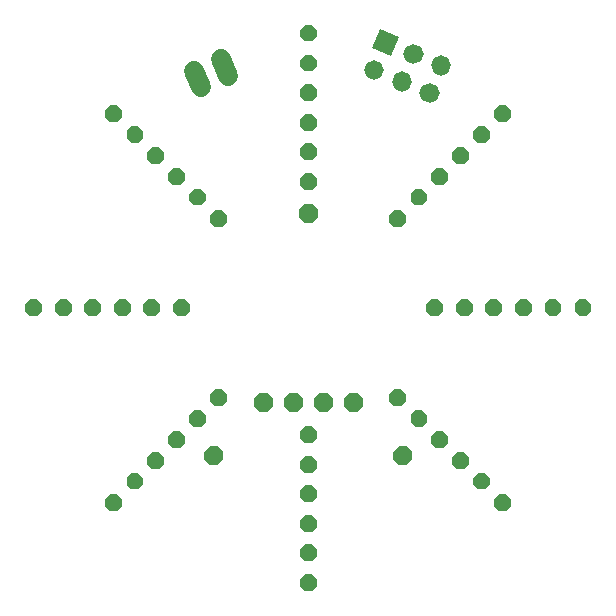
<source format=gts>
G04 Layer: TopSolderMaskLayer*
G04 EasyEDA v6.2.46, 2019-12-20T15:47:03+02:00*
G04 e460ad1c73c14af8b4042999b0e6f5d6,e8986612fe13436f8f5b72e5f572de6a,00*
G04 Gerber Generator version 0.2*
G04 Scale: 100 percent, Rotated: No, Reflected: No *
G04 Dimensions in inches *
G04 leading zeros omitted , absolute positions ,2 integer and 4 decimal *
%FSLAX24Y24*%
%MOIN*%
G90*
G70D02*

%ADD23C,0.068000*%

%LPD*%
G54D23*
G01X6026Y17748D02*
G01X6256Y17194D01*
G01X6950Y18131D02*
G01X7180Y17576D01*
G36*
G01X12609Y18245D02*
G01X11980Y18505D01*
G01X12240Y19133D01*
G01X12869Y18873D01*
G01X12609Y18245D01*
G37*
G36*
G01X12042Y17422D02*
G01X11799Y17523D01*
G01X11699Y17765D01*
G01X11799Y18008D01*
G01X12042Y18109D01*
G01X12285Y18008D01*
G01X12385Y17765D01*
G01X12285Y17523D01*
G01X12042Y17422D01*
G37*
G36*
G01X13347Y17963D02*
G01X13106Y18064D01*
G01X13005Y18307D01*
G01X13106Y18549D01*
G01X13347Y18650D01*
G01X13591Y18549D01*
G01X13691Y18307D01*
G01X13591Y18064D01*
G01X13347Y17963D01*
G37*
G36*
G01X12966Y17039D02*
G01X12723Y17140D01*
G01X12622Y17383D01*
G01X12723Y17625D01*
G01X12966Y17726D01*
G01X13209Y17625D01*
G01X13309Y17383D01*
G01X13209Y17140D01*
G01X12966Y17039D01*
G37*
G36*
G01X14272Y17581D02*
G01X14030Y17681D01*
G01X13929Y17924D01*
G01X14030Y18167D01*
G01X14272Y18267D01*
G01X14515Y18167D01*
G01X14616Y17924D01*
G01X14515Y17681D01*
G01X14272Y17581D01*
G37*
G36*
G01X13890Y16657D02*
G01X13647Y16757D01*
G01X13546Y17000D01*
G01X13647Y17243D01*
G01X13890Y17343D01*
G01X14132Y17243D01*
G01X14233Y17000D01*
G01X14132Y16757D01*
G01X13890Y16657D01*
G37*
G36*
G01X6562Y4604D02*
G01X6376Y4790D01*
G01X6376Y5053D01*
G01X6562Y5238D01*
G01X6823Y5238D01*
G01X7009Y5053D01*
G01X7009Y4790D01*
G01X6823Y4604D01*
G01X6562Y4604D01*
G37*
G36*
G01X9711Y12675D02*
G01X9525Y12861D01*
G01X9525Y13122D01*
G01X9711Y13309D01*
G01X9974Y13309D01*
G01X10160Y13122D01*
G01X10160Y12861D01*
G01X9974Y12675D01*
G01X9711Y12675D01*
G37*
G36*
G01X8211Y6376D02*
G01X8025Y6562D01*
G01X8025Y6823D01*
G01X8211Y7009D01*
G01X8474Y7009D01*
G01X8660Y6823D01*
G01X8660Y6562D01*
G01X8474Y6376D01*
G01X8211Y6376D01*
G37*
G36*
G01X9211Y6376D02*
G01X9025Y6562D01*
G01X9025Y6823D01*
G01X9211Y7009D01*
G01X9474Y7009D01*
G01X9660Y6823D01*
G01X9660Y6562D01*
G01X9474Y6376D01*
G01X9211Y6376D01*
G37*
G36*
G01X10211Y6376D02*
G01X10025Y6562D01*
G01X10025Y6823D01*
G01X10211Y7009D01*
G01X10474Y7009D01*
G01X10660Y6823D01*
G01X10660Y6562D01*
G01X10474Y6376D01*
G01X10211Y6376D01*
G37*
G36*
G01X11211Y6376D02*
G01X11025Y6562D01*
G01X11025Y6823D01*
G01X11211Y7009D01*
G01X11474Y7009D01*
G01X11660Y6823D01*
G01X11660Y6562D01*
G01X11474Y6376D01*
G01X11211Y6376D01*
G37*
G36*
G01X12861Y4604D02*
G01X12675Y4790D01*
G01X12675Y5053D01*
G01X12861Y5238D01*
G01X13122Y5238D01*
G01X13309Y5053D01*
G01X13309Y4790D01*
G01X13122Y4604D01*
G01X12861Y4604D01*
G37*
G36*
G01X9726Y14787D02*
G01X9562Y14951D01*
G01X9562Y15183D01*
G01X9726Y15347D01*
G01X9959Y15347D01*
G01X10123Y15183D01*
G01X10123Y14951D01*
G01X9959Y14787D01*
G01X9726Y14787D01*
G37*
G36*
G01X9726Y13787D02*
G01X9562Y13951D01*
G01X9562Y14183D01*
G01X9726Y14347D01*
G01X9959Y14347D01*
G01X10123Y14183D01*
G01X10123Y13951D01*
G01X9959Y13787D01*
G01X9726Y13787D01*
G37*
G36*
G01X9726Y16755D02*
G01X9562Y16919D01*
G01X9562Y17151D01*
G01X9726Y17316D01*
G01X9959Y17316D01*
G01X10123Y17151D01*
G01X10123Y16919D01*
G01X9959Y16755D01*
G01X9726Y16755D01*
G37*
G36*
G01X9726Y15755D02*
G01X9562Y15919D01*
G01X9562Y16151D01*
G01X9726Y16316D01*
G01X9959Y16316D01*
G01X10123Y16151D01*
G01X10123Y15919D01*
G01X9959Y15755D01*
G01X9726Y15755D01*
G37*
G36*
G01X9726Y18724D02*
G01X9562Y18888D01*
G01X9562Y19120D01*
G01X9726Y19284D01*
G01X9959Y19284D01*
G01X10123Y19120D01*
G01X10123Y18888D01*
G01X9959Y18724D01*
G01X9726Y18724D01*
G37*
G36*
G01X9726Y17724D02*
G01X9562Y17888D01*
G01X9562Y18120D01*
G01X9726Y18284D01*
G01X9959Y18284D01*
G01X10123Y18120D01*
G01X10123Y17888D01*
G01X9959Y17724D01*
G01X9726Y17724D01*
G37*
G36*
G01X6032Y13257D02*
G01X5868Y13421D01*
G01X5868Y13653D01*
G01X6032Y13816D01*
G01X6264Y13816D01*
G01X6429Y13653D01*
G01X6429Y13421D01*
G01X6264Y13257D01*
G01X6032Y13257D01*
G37*
G36*
G01X6739Y12549D02*
G01X6575Y12714D01*
G01X6575Y12946D01*
G01X6739Y13110D01*
G01X6970Y13110D01*
G01X7136Y12946D01*
G01X7136Y12714D01*
G01X6970Y12549D01*
G01X6739Y12549D01*
G37*
G36*
G01X4640Y14647D02*
G01X4476Y14813D01*
G01X4476Y15044D01*
G01X4640Y15209D01*
G01X4872Y15209D01*
G01X5037Y15044D01*
G01X5037Y14813D01*
G01X4872Y14647D01*
G01X4640Y14647D01*
G37*
G36*
G01X5347Y13941D02*
G01X5183Y14105D01*
G01X5183Y14338D01*
G01X5347Y14502D01*
G01X5579Y14502D01*
G01X5744Y14338D01*
G01X5744Y14105D01*
G01X5579Y13941D01*
G01X5347Y13941D01*
G37*
G36*
G01X3247Y16040D02*
G01X3084Y16205D01*
G01X3084Y16437D01*
G01X3247Y16601D01*
G01X3479Y16601D01*
G01X3645Y16437D01*
G01X3645Y16205D01*
G01X3479Y16040D01*
G01X3247Y16040D01*
G37*
G36*
G01X3954Y15333D02*
G01X3790Y15497D01*
G01X3790Y15730D01*
G01X3954Y15894D01*
G01X4188Y15894D01*
G01X4352Y15730D01*
G01X4352Y15497D01*
G01X4188Y15333D01*
G01X3954Y15333D01*
G37*
G36*
G01X4502Y9562D02*
G01X4338Y9726D01*
G01X4338Y9959D01*
G01X4502Y10123D01*
G01X4734Y10123D01*
G01X4898Y9959D01*
G01X4898Y9726D01*
G01X4734Y9562D01*
G01X4502Y9562D01*
G37*
G36*
G01X5502Y9562D02*
G01X5338Y9726D01*
G01X5338Y9959D01*
G01X5502Y10123D01*
G01X5734Y10123D01*
G01X5898Y9959D01*
G01X5898Y9726D01*
G01X5734Y9562D01*
G01X5502Y9562D01*
G37*
G36*
G01X2534Y9562D02*
G01X2369Y9726D01*
G01X2369Y9959D01*
G01X2534Y10123D01*
G01X2766Y10123D01*
G01X2930Y9959D01*
G01X2930Y9726D01*
G01X2766Y9562D01*
G01X2534Y9562D01*
G37*
G36*
G01X3534Y9562D02*
G01X3369Y9726D01*
G01X3369Y9959D01*
G01X3534Y10123D01*
G01X3765Y10123D01*
G01X3929Y9959D01*
G01X3929Y9726D01*
G01X3765Y9562D01*
G01X3534Y9562D01*
G37*
G36*
G01X565Y9562D02*
G01X401Y9726D01*
G01X401Y9959D01*
G01X565Y10123D01*
G01X797Y10123D01*
G01X961Y9959D01*
G01X961Y9726D01*
G01X797Y9562D01*
G01X565Y9562D01*
G37*
G36*
G01X1565Y9562D02*
G01X1401Y9726D01*
G01X1401Y9959D01*
G01X1565Y10123D01*
G01X1797Y10123D01*
G01X1961Y9959D01*
G01X1961Y9726D01*
G01X1797Y9562D01*
G01X1565Y9562D01*
G37*
G36*
G01X6032Y5868D02*
G01X5868Y6032D01*
G01X5868Y6264D01*
G01X6032Y6429D01*
G01X6264Y6429D01*
G01X6429Y6264D01*
G01X6429Y6032D01*
G01X6264Y5868D01*
G01X6032Y5868D01*
G37*
G36*
G01X6739Y6575D02*
G01X6575Y6739D01*
G01X6575Y6970D01*
G01X6739Y7136D01*
G01X6970Y7136D01*
G01X7136Y6970D01*
G01X7136Y6739D01*
G01X6970Y6575D01*
G01X6739Y6575D01*
G37*
G36*
G01X4640Y4476D02*
G01X4476Y4640D01*
G01X4476Y4872D01*
G01X4640Y5037D01*
G01X4872Y5037D01*
G01X5037Y4872D01*
G01X5037Y4640D01*
G01X4872Y4476D01*
G01X4640Y4476D01*
G37*
G36*
G01X5347Y5183D02*
G01X5183Y5347D01*
G01X5183Y5579D01*
G01X5347Y5744D01*
G01X5579Y5744D01*
G01X5744Y5579D01*
G01X5744Y5347D01*
G01X5579Y5183D01*
G01X5347Y5183D01*
G37*
G36*
G01X3247Y3084D02*
G01X3084Y3247D01*
G01X3084Y3479D01*
G01X3247Y3645D01*
G01X3479Y3645D01*
G01X3645Y3479D01*
G01X3645Y3247D01*
G01X3479Y3084D01*
G01X3247Y3084D01*
G37*
G36*
G01X3954Y3790D02*
G01X3790Y3954D01*
G01X3790Y4188D01*
G01X3954Y4352D01*
G01X4188Y4352D01*
G01X4352Y4188D01*
G01X4352Y3954D01*
G01X4188Y3790D01*
G01X3954Y3790D01*
G37*
G36*
G01X9726Y4338D02*
G01X9562Y4502D01*
G01X9562Y4734D01*
G01X9726Y4898D01*
G01X9959Y4898D01*
G01X10123Y4734D01*
G01X10123Y4502D01*
G01X9959Y4338D01*
G01X9726Y4338D01*
G37*
G36*
G01X9726Y5338D02*
G01X9562Y5502D01*
G01X9562Y5734D01*
G01X9726Y5898D01*
G01X9959Y5898D01*
G01X10123Y5734D01*
G01X10123Y5502D01*
G01X9959Y5338D01*
G01X9726Y5338D01*
G37*
G36*
G01X9726Y2369D02*
G01X9562Y2534D01*
G01X9562Y2766D01*
G01X9726Y2930D01*
G01X9959Y2930D01*
G01X10123Y2766D01*
G01X10123Y2534D01*
G01X9959Y2369D01*
G01X9726Y2369D01*
G37*
G36*
G01X9726Y3369D02*
G01X9562Y3534D01*
G01X9562Y3765D01*
G01X9726Y3929D01*
G01X9959Y3929D01*
G01X10123Y3765D01*
G01X10123Y3534D01*
G01X9959Y3369D01*
G01X9726Y3369D01*
G37*
G36*
G01X9726Y401D02*
G01X9562Y565D01*
G01X9562Y797D01*
G01X9726Y961D01*
G01X9959Y961D01*
G01X10123Y797D01*
G01X10123Y565D01*
G01X9959Y401D01*
G01X9726Y401D01*
G37*
G36*
G01X9726Y1401D02*
G01X9562Y1565D01*
G01X9562Y1797D01*
G01X9726Y1961D01*
G01X9959Y1961D01*
G01X10123Y1797D01*
G01X10123Y1565D01*
G01X9959Y1401D01*
G01X9726Y1401D01*
G37*
G36*
G01X13421Y5868D02*
G01X13257Y6032D01*
G01X13257Y6264D01*
G01X13421Y6429D01*
G01X13653Y6429D01*
G01X13816Y6264D01*
G01X13816Y6032D01*
G01X13653Y5868D01*
G01X13421Y5868D01*
G37*
G36*
G01X12714Y6575D02*
G01X12549Y6739D01*
G01X12549Y6970D01*
G01X12714Y7136D01*
G01X12946Y7136D01*
G01X13110Y6970D01*
G01X13110Y6739D01*
G01X12946Y6575D01*
G01X12714Y6575D01*
G37*
G36*
G01X14813Y4476D02*
G01X14647Y4640D01*
G01X14647Y4872D01*
G01X14813Y5037D01*
G01X15044Y5037D01*
G01X15209Y4872D01*
G01X15209Y4640D01*
G01X15044Y4476D01*
G01X14813Y4476D01*
G37*
G36*
G01X14105Y5183D02*
G01X13941Y5347D01*
G01X13941Y5579D01*
G01X14105Y5744D01*
G01X14338Y5744D01*
G01X14502Y5579D01*
G01X14502Y5347D01*
G01X14338Y5183D01*
G01X14105Y5183D01*
G37*
G36*
G01X16205Y3084D02*
G01X16040Y3247D01*
G01X16040Y3479D01*
G01X16205Y3645D01*
G01X16437Y3645D01*
G01X16601Y3479D01*
G01X16601Y3247D01*
G01X16437Y3084D01*
G01X16205Y3084D01*
G37*
G36*
G01X15497Y3790D02*
G01X15333Y3954D01*
G01X15333Y4188D01*
G01X15497Y4352D01*
G01X15730Y4352D01*
G01X15894Y4188D01*
G01X15894Y3954D01*
G01X15730Y3790D01*
G01X15497Y3790D01*
G37*
G36*
G01X14951Y9562D02*
G01X14787Y9726D01*
G01X14787Y9959D01*
G01X14951Y10123D01*
G01X15183Y10123D01*
G01X15347Y9959D01*
G01X15347Y9726D01*
G01X15183Y9562D01*
G01X14951Y9562D01*
G37*
G36*
G01X13951Y9562D02*
G01X13787Y9726D01*
G01X13787Y9959D01*
G01X13951Y10123D01*
G01X14183Y10123D01*
G01X14347Y9959D01*
G01X14347Y9726D01*
G01X14183Y9562D01*
G01X13951Y9562D01*
G37*
G36*
G01X16919Y9562D02*
G01X16755Y9726D01*
G01X16755Y9959D01*
G01X16919Y10123D01*
G01X17151Y10123D01*
G01X17316Y9959D01*
G01X17316Y9726D01*
G01X17151Y9562D01*
G01X16919Y9562D01*
G37*
G36*
G01X15919Y9562D02*
G01X15755Y9726D01*
G01X15755Y9959D01*
G01X15919Y10123D01*
G01X16151Y10123D01*
G01X16316Y9959D01*
G01X16316Y9726D01*
G01X16151Y9562D01*
G01X15919Y9562D01*
G37*
G36*
G01X18888Y9562D02*
G01X18724Y9726D01*
G01X18724Y9959D01*
G01X18888Y10123D01*
G01X19120Y10123D01*
G01X19284Y9959D01*
G01X19284Y9726D01*
G01X19120Y9562D01*
G01X18888Y9562D01*
G37*
G36*
G01X17888Y9562D02*
G01X17724Y9726D01*
G01X17724Y9959D01*
G01X17888Y10123D01*
G01X18120Y10123D01*
G01X18284Y9959D01*
G01X18284Y9726D01*
G01X18120Y9562D01*
G01X17888Y9562D01*
G37*
G36*
G01X13421Y13257D02*
G01X13257Y13421D01*
G01X13257Y13653D01*
G01X13421Y13816D01*
G01X13653Y13816D01*
G01X13816Y13653D01*
G01X13816Y13421D01*
G01X13653Y13257D01*
G01X13421Y13257D01*
G37*
G36*
G01X12714Y12549D02*
G01X12549Y12714D01*
G01X12549Y12946D01*
G01X12714Y13110D01*
G01X12946Y13110D01*
G01X13110Y12946D01*
G01X13110Y12714D01*
G01X12946Y12549D01*
G01X12714Y12549D01*
G37*
G36*
G01X14813Y14647D02*
G01X14647Y14813D01*
G01X14647Y15044D01*
G01X14813Y15209D01*
G01X15044Y15209D01*
G01X15209Y15044D01*
G01X15209Y14813D01*
G01X15044Y14647D01*
G01X14813Y14647D01*
G37*
G36*
G01X14105Y13941D02*
G01X13941Y14105D01*
G01X13941Y14338D01*
G01X14105Y14502D01*
G01X14338Y14502D01*
G01X14502Y14338D01*
G01X14502Y14105D01*
G01X14338Y13941D01*
G01X14105Y13941D01*
G37*
G36*
G01X16205Y16040D02*
G01X16040Y16205D01*
G01X16040Y16437D01*
G01X16205Y16601D01*
G01X16437Y16601D01*
G01X16601Y16437D01*
G01X16601Y16205D01*
G01X16437Y16040D01*
G01X16205Y16040D01*
G37*
G36*
G01X15497Y15333D02*
G01X15333Y15497D01*
G01X15333Y15730D01*
G01X15497Y15894D01*
G01X15730Y15894D01*
G01X15894Y15730D01*
G01X15894Y15497D01*
G01X15730Y15333D01*
G01X15497Y15333D01*
G37*
M00*
M02*

</source>
